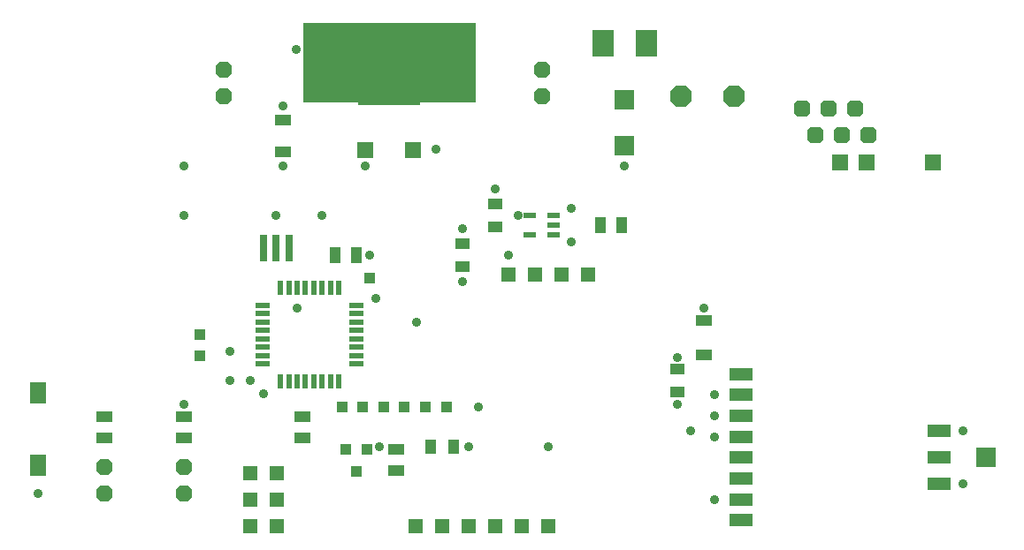
<source format=gts>
%FSLAX35Y35*%
%MOIN*%
%IN18=Loetstoppmaskeoben(X.StopTop)*%
%ADD10C,0.00591*%
%ADD11C,0.00354*%
%ADD12C,0.00443*%
%ADD13C,0.00787*%
%ADD14C,0.00800*%
%ADD15C,0.01181*%
%ADD16C,0.01575*%
%ADD17C,0.01772*%
%ADD18C,0.01969*%
%ADD19C,0.02362*%
%ADD20C,0.03543*%
%ADD21C,0.11811*%
%ADD22C,0.12598*%
%ADD23C,0.14173*%
%AMR_24*21,1,0.01772,0.05118,0,0,270.000*%
%ADD24R_24*%
%AMR_25*21,1,0.01969,0.04724,0,0,90.000*%
%ADD25R_25*%
%AMR_26*21,1,0.02362,0.09843,0,0,180.000*%
%ADD26R_26*%
%AMR_27*21,1,0.03937,0.03937,0,0,180.000*%
%ADD27R_27*%
%AMR_28*21,1,0.03937,0.06299,0,0,90.000*%
%ADD28R_28*%
%AMR_29*21,1,0.03937,0.06299,0,0,270.000*%
%ADD29R_29*%
%AMR_30*21,1,0.04331,0.04331,0,0,0.000*%
%ADD30R_30*%
%AMR_31*21,1,0.04331,0.04331,0,0,180.000*%
%ADD31R_31*%
%AMR_32*21,1,0.04331,0.04331,0,0,270.000*%
%ADD32R_32*%
%AMR_33*21,1,0.05118,0.01772,0,0,270.000*%
%ADD33R_33*%
%AMR_34*21,1,0.05512,0.03937,0,0,0.000*%
%ADD34R_34*%
%AMR_35*21,1,0.05512,0.03937,0,0,180.000*%
%ADD35R_35*%
%AMR_36*21,1,0.05512,0.03937,0,0,270.000*%
%ADD36R_36*%
%AMR_37*21,1,0.05512,0.05512,0,0,180.000*%
%ADD37R_37*%
%AMR_38*21,1,0.05512,0.05512,0,0,270.000*%
%ADD38R_38*%
%AMR_39*21,1,0.05906,0.05906,0,0,0.000*%
%ADD39R_39*%
%AMR_40*21,1,0.06299,0.03937,0,0,0.000*%
%ADD40R_40*%
%AMR_41*21,1,0.06299,0.03937,0,0,180.000*%
%ADD41R_41*%
%AMR_42*21,1,0.06299,0.03937,0,0,270.000*%
%ADD42R_42*%
%AMR_43*21,1,0.07087,0.07087,0,0,0.000*%
%ADD43R_43*%
%AMR_44*21,1,0.07087,0.07087,0,0,90.000*%
%ADD44R_44*%
%AMR_45*21,1,0.07874,0.06299,0,0,90.000*%
%ADD45R_45*%
%AMR_46*21,1,0.07874,0.09843,0,0,180.000*%
%ADD46R_46*%
%AMR_47*21,1,0.08661,0.04724,0,0,0.000*%
%ADD47R_47*%
%AMR_48*21,1,0.19685,0.18750,0,0,0.000*%
%ADD48R_48*%
%AMR_49*21,1,0.19685,0.19685,0,0,0.000*%
%ADD49R_49*%
%AMR_50*21,1,0.23622,0.23622,0,0,0.000*%
%ADD50R_50*%
%AMOCT_51*4,1,8,0.029528,0.014764,0.014764,0.029528,-0.014764,0.029528,-0.029528,0.014764,-0.029528,-0.014764,-0.014764,-0.029528,0.014764,-0.029528,0.029528,-0.014764,0.029528,0.014764,270.000*%
%ADD51OCT_51*%
%AMOCT_52*4,1,8,0.031496,0.015748,0.015748,0.031496,-0.015748,0.031496,-0.031496,0.015748,-0.031496,-0.015748,-0.015748,-0.031496,0.015748,-0.031496,0.031496,-0.015748,0.031496,0.015748,90.000*%
%ADD52OCT_52*%
%AMOCT_53*4,1,8,0.039370,0.019685,0.019685,0.039370,-0.019685,0.039370,-0.039370,0.019685,-0.039370,-0.019685,-0.019685,-0.039370,0.019685,-0.039370,0.039370,-0.019685,0.039370,0.019685,180.000*%
%ADD53OCT_53*%
G54D20*
X127500Y146250D03*
X124901Y127500D03*
X142224Y127500D03*
X158523Y146250D03*
X290000Y59685D03*
X286250Y92500D03*
X383750Y46062D03*
X383750Y26062D03*
X35000Y22500D03*
X236250Y117500D03*
X236250Y130000D03*
X207500Y137500D03*
X256250Y146250D03*
X163750Y40000D03*
X201250Y55000D03*
X177775Y87224D03*
X195000Y102500D03*
X107500Y65000D03*
X290000Y51811D03*
X115000Y65000D03*
X281250Y46250D03*
X120000Y60000D03*
X290000Y43937D03*
X132775Y92500D03*
X160000Y112500D03*
X90000Y56250D03*
X90000Y127500D03*
X90000Y146250D03*
X127500Y168750D03*
X132500Y190000D03*
X212500Y112500D03*
X276250Y73750D03*
X185000Y152500D03*
X216250Y127490D03*
X195000Y122500D03*
X197500Y40000D03*
X227500Y40000D03*
X290000Y20314D03*
X162500Y96250D03*
X107500Y76250D03*
X276250Y56250D03*
G54D24*
X119783Y93523D03*
X119783Y90374D03*
X119783Y87224D03*
X119783Y84074D03*
X119783Y80925D03*
X119783Y77775D03*
X119783Y74625D03*
X119783Y71476D03*
X155216Y71476D03*
X155216Y74625D03*
X155216Y77775D03*
X155216Y80925D03*
X155216Y84074D03*
X155216Y87224D03*
X155216Y90374D03*
X155216Y93523D03*
G54D25*
X229527Y120009D03*
X229527Y123750D03*
X229527Y127490D03*
X220472Y127490D03*
X220472Y120009D03*
G54D26*
X129625Y115000D03*
X124901Y115000D03*
X120177Y115000D03*
G54D27*
X159055Y39114D03*
X150944Y39114D03*
X155000Y30885D03*
G54D28*
X286250Y87746D03*
X286250Y74753D03*
G54D29*
X127500Y151594D03*
X127500Y163405D03*
G54D30*
X160000Y103750D03*
G54D31*
X181102Y55000D03*
X173228Y55000D03*
X188976Y55000D03*
X157480Y55000D03*
X149606Y55000D03*
X165354Y55000D03*
G54D32*
X96250Y74625D03*
X96250Y82500D03*
G54D33*
X148523Y100216D03*
X145374Y100216D03*
X142224Y100216D03*
X139074Y100216D03*
X135925Y100216D03*
X132775Y100216D03*
X129625Y100216D03*
X126476Y100216D03*
X126476Y64783D03*
X129625Y64783D03*
X132775Y64783D03*
X135925Y64783D03*
X139074Y64783D03*
X142224Y64783D03*
X145374Y64783D03*
X148523Y64783D03*
G54D34*
X276250Y69330D03*
X276250Y60669D03*
G54D35*
X195000Y108169D03*
X195000Y116830D03*
X207500Y123169D03*
X207500Y131830D03*
G54D36*
X191830Y40000D03*
X183169Y40000D03*
G54D37*
X227500Y10000D03*
X217500Y10000D03*
X207500Y10000D03*
X197500Y10000D03*
X187500Y10000D03*
X177500Y10000D03*
X242500Y105000D03*
X232500Y105000D03*
X222500Y105000D03*
X212500Y105000D03*
G54D38*
X115000Y30000D03*
X125000Y30000D03*
X115000Y20000D03*
X125000Y20000D03*
X115000Y10000D03*
X125000Y10000D03*
G54D39*
X158523Y152224D03*
X176476Y152224D03*
X347500Y147500D03*
X337500Y147500D03*
X372500Y147500D03*
G54D40*
X134675Y51500D03*
X134675Y43500D03*
X170000Y39000D03*
X170000Y31000D03*
X90000Y51500D03*
X90000Y43500D03*
G54D41*
X60000Y43500D03*
X60000Y51500D03*
G54D42*
X155250Y112500D03*
X147250Y112500D03*
X255250Y123750D03*
X247250Y123750D03*
G54D43*
X392500Y36062D03*
G54D44*
X256250Y153838D03*
X256250Y171161D03*
G54D45*
X35000Y33120D03*
X35000Y60629D03*
G54D46*
X264517Y192500D03*
X247982Y192500D03*
G54D47*
X300098Y67559D03*
X300098Y59685D03*
X300098Y51811D03*
X300098Y43937D03*
X300098Y36062D03*
X300098Y28188D03*
X300098Y20314D03*
X300098Y12440D03*
X374901Y26062D03*
X374901Y36062D03*
X374901Y46062D03*
G54D50*
X167500Y180925D03*
G54D51*
X105000Y172500D03*
X105000Y182500D03*
X225000Y172500D03*
X225000Y182500D03*
X60000Y32500D03*
X60000Y22500D03*
X90000Y32500D03*
X90000Y22500D03*
G54D52*
X333031Y167874D03*
X343031Y167874D03*
X348031Y157874D03*
X323031Y167874D03*
X328031Y157874D03*
X338031Y157874D03*
G54D53*
X297500Y172500D03*
X277500Y172500D03*
G36*
X135000Y170000D02*
X135000Y200000D01*
X200000Y200000D01*
X200000Y170000D01*
X135000Y170000D01*
D02*G37*
M02*

</source>
